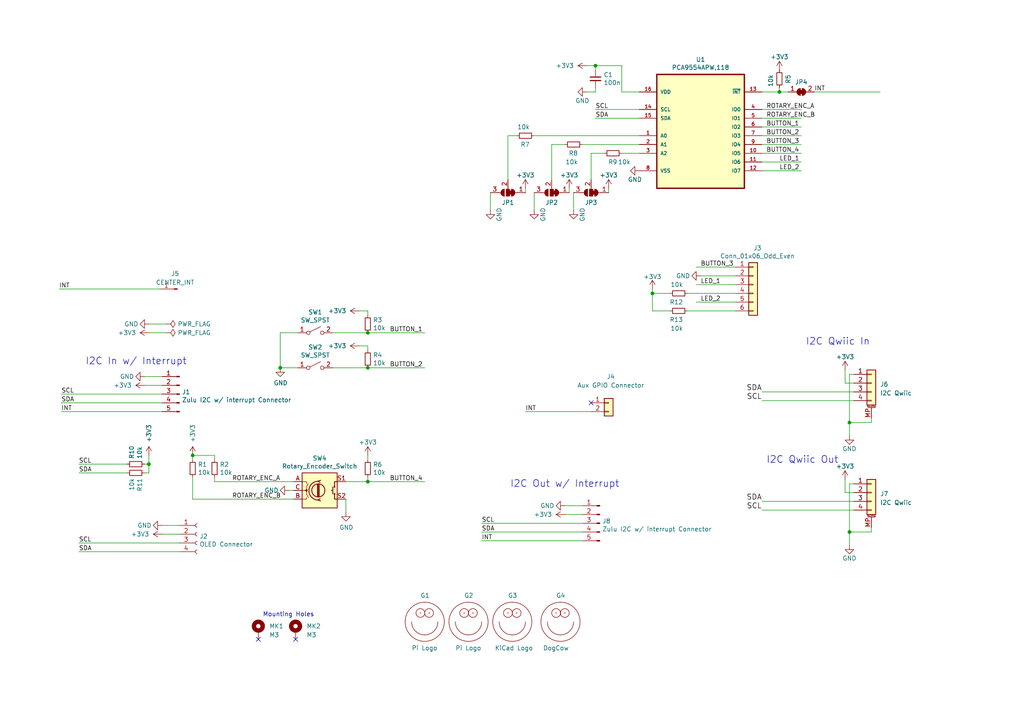
<source format=kicad_sch>
(kicad_sch (version 20230121) (generator eeschema)
  (paper "A4")
  (title_block (title "Zulu Control Board v1.0") (date "2023-08-16") (rev "1.6") (company "Rabbit Hole Computing LCC"))
  (lib_symbols
    (symbol "Connector:Conn_01x01_Pin" (pin_names (offset 1.016) hide)
      (property "Reference" "J" (at 0 2.54 0))
      (property "Value" "Conn_01x01_Pin" (at 0 -2.54 0))
      (symbol "Conn_01x01_Pin_1_1"
        (polyline (pts (xy 1.27 0) (xy 0.8636 0)) (stroke (width 0.1524)))
        (rectangle (start 0.8636 0.127) (end 0 -0.127) (stroke (width 0.1524)) (fill (type outline)))
        (pin passive line (at 5.08 0 180) (length 3.81) (name "Pin_1") (number "1"))
      )
    )
    (symbol "Connector:Conn_01x04_Female" (pin_names (offset 1.016) hide)
      (property "Reference" "J" (at 0 5.08 0))
      (property "Value" "Conn_01x04_Female" (at 0 -7.62 0))
      (symbol "Conn_01x04_Female_1_1"
        (arc (start 0 -4.572) (mid -0.5058 -5.08) (end 0 -5.588) (stroke (width 0.1524)))
        (arc (start 0 -2.032) (mid -0.5058 -2.54) (end 0 -3.048) (stroke (width 0.1524)))
        (polyline (pts (xy -1.27 -5.08) (xy -0.508 -5.08)) (stroke (width 0.1524)))
        (polyline (pts (xy -1.27 -2.54) (xy -0.508 -2.54)) (stroke (width 0.1524)))
        (polyline (pts (xy -1.27 0) (xy -0.508 0)) (stroke (width 0.1524)))
        (polyline (pts (xy -1.27 2.54) (xy -0.508 2.54)) (stroke (width 0.1524)))
        (arc (start 0 0.508) (mid -0.5058 0) (end 0 -0.508) (stroke (width 0.1524)))
        (arc (start 0 3.048) (mid -0.5058 2.54) (end 0 2.032) (stroke (width 0.1524)))
        (pin passive line (at -5.08 2.54 0) (length 3.81) (name "Pin_1") (number "1"))
        (pin passive line (at -5.08 0 0) (length 3.81) (name "Pin_2") (number "2"))
        (pin passive line (at -5.08 -2.54 0) (length 3.81) (name "Pin_3") (number "3"))
        (pin passive line (at -5.08 -5.08 0) (length 3.81) (name "Pin_4") (number "4"))
      )
    )
    (symbol "Connector:Conn_01x05_Pin" (pin_names (offset 1.016) hide)
      (property "Reference" "J" (at 0 7.62 0))
      (property "Value" "Conn_01x05_Pin" (at 0 -7.62 0))
      (symbol "Conn_01x05_Pin_1_1"
        (polyline (pts (xy 1.27 -5.08) (xy 0.8636 -5.08)) (stroke (width 0.1524)))
        (polyline (pts (xy 1.27 -2.54) (xy 0.8636 -2.54)) (stroke (width 0.1524)))
        (polyline (pts (xy 1.27 0) (xy 0.8636 0)) (stroke (width 0.1524)))
        (polyline (pts (xy 1.27 2.54) (xy 0.8636 2.54)) (stroke (width 0.1524)))
        (polyline (pts (xy 1.27 5.08) (xy 0.8636 5.08)) (stroke (width 0.1524)))
        (rectangle (start 0.8636 -4.953) (end 0 -5.207) (stroke (width 0.1524)) (fill (type outline)))
        (rectangle (start 0.8636 -2.413) (end 0 -2.667) (stroke (width 0.1524)) (fill (type outline)))
        (rectangle (start 0.8636 0.127) (end 0 -0.127) (stroke (width 0.1524)) (fill (type outline)))
        (rectangle (start 0.8636 2.667) (end 0 2.413) (stroke (width 0.1524)) (fill (type outline)))
        (rectangle (start 0.8636 5.207) (end 0 4.953) (stroke (width 0.1524)) (fill (type outline)))
        (pin passive line (at 5.08 5.08 180) (length 3.81) (name "Pin_1") (number "1"))
        (pin passive line (at 5.08 2.54 180) (length 3.81) (name "Pin_2") (number "2"))
        (pin passive line (at 5.08 0 180) (length 3.81) (name "Pin_3") (number "3"))
        (pin passive line (at 5.08 -2.54 180) (length 3.81) (name "Pin_4") (number "4"))
        (pin passive line (at 5.08 -5.08 180) (length 3.81) (name "Pin_5") (number "5"))
      )
    )
    (symbol "Connector_Generic:Conn_01x02" (pin_names (offset 1.016) hide)
      (property "Reference" "J" (at 0 2.54 0))
      (property "Value" "Conn_01x02" (at 0 -5.08 0))
      (symbol "Conn_01x02_1_1"
        (rectangle (start -1.27 -2.413) (end 0 -2.667) (stroke (width 0.1524)))
        (rectangle (start -1.27 0.127) (end 0 -0.127) (stroke (width 0.1524)))
        (rectangle (start -1.27 1.27) (end 1.27 -3.81) (stroke (width 0.254)) (fill (type background)))
        (pin passive line (at -5.08 0 0) (length 3.81) (name "Pin_1") (number "1"))
        (pin passive line (at -5.08 -2.54 0) (length 3.81) (name "Pin_2") (number "2"))
      )
    )
    (symbol "Connector_Generic:Conn_01x06" (pin_names (offset 1.016) hide)
      (property "Reference" "J" (at 0 7.62 0))
      (property "Value" "Conn_01x06" (at 0 -10.16 0))
      (symbol "Conn_01x06_1_1"
        (rectangle (start -1.27 -7.493) (end 0 -7.747) (stroke (width 0.1524)))
        (rectangle (start -1.27 -4.953) (end 0 -5.207) (stroke (width 0.1524)))
        (rectangle (start -1.27 -2.413) (end 0 -2.667) (stroke (width 0.1524)))
        (rectangle (start -1.27 0.127) (end 0 -0.127) (stroke (width 0.1524)))
        (rectangle (start -1.27 2.667) (end 0 2.413) (stroke (width 0.1524)))
        (rectangle (start -1.27 5.207) (end 0 4.953) (stroke (width 0.1524)))
        (rectangle (start -1.27 6.35) (end 1.27 -8.89) (stroke (width 0.254)) (fill (type background)))
        (pin passive line (at -5.08 5.08 0) (length 3.81) (name "Pin_1") (number "1"))
        (pin passive line (at -5.08 2.54 0) (length 3.81) (name "Pin_2") (number "2"))
        (pin passive line (at -5.08 0 0) (length 3.81) (name "Pin_3") (number "3"))
        (pin passive line (at -5.08 -2.54 0) (length 3.81) (name "Pin_4") (number "4"))
        (pin passive line (at -5.08 -5.08 0) (length 3.81) (name "Pin_5") (number "5"))
        (pin passive line (at -5.08 -7.62 0) (length 3.81) (name "Pin_6") (number "6"))
      )
    )
    (symbol "Connector_Generic_MountingPin:Conn_01x04_MountingPin" (pin_names (offset 1.016) hide)
      (property "Reference" "J" (at 0 5.08 0))
      (property "Value" "Conn_01x04_MountingPin" (at 1.27 -7.62 0))
      (symbol "Conn_01x04_MountingPin_1_1"
        (rectangle (start -1.27 -4.953) (end 0 -5.207) (stroke (width 0.1524)))
        (rectangle (start -1.27 -2.413) (end 0 -2.667) (stroke (width 0.1524)))
        (rectangle (start -1.27 0.127) (end 0 -0.127) (stroke (width 0.1524)))
        (rectangle (start -1.27 2.667) (end 0 2.413) (stroke (width 0.1524)))
        (rectangle (start -1.27 3.81) (end 1.27 -6.35) (stroke (width 0.254)) (fill (type background)))
        (polyline (pts (xy -1.016 -7.112) (xy 1.016 -7.112)) (stroke (width 0.1524)))
        (text "Mounting" (at 0 -6.731 0) (effects (font (size 0.381 0.381))))
        (pin passive line (at -5.08 2.54 0) (length 3.81) (name "Pin_1") (number "1"))
        (pin passive line (at -5.08 0 0) (length 3.81) (name "Pin_2") (number "2"))
        (pin passive line (at -5.08 -2.54 0) (length 3.81) (name "Pin_3") (number "3"))
        (pin passive line (at -5.08 -5.08 0) (length 3.81) (name "Pin_4") (number "4"))
        (pin passive line (at 0 -10.16 90) (length 3.048) (name "MountPin") (number "MP"))
      )
    )
    (symbol "Device:C_Small" (pin_numbers hide) (pin_names (offset 0.254) hide)
      (property "Reference" "C" (at 0.254 1.778 0))
      (property "Value" "C_Small" (at 0.254 -2.032 0))
      (symbol "C_Small_0_1"
        (polyline (pts (xy -1.524 -0.508) (xy 1.524 -0.508)) (stroke (width 0.3302)))
        (polyline (pts (xy -1.524 0.508) (xy 1.524 0.508)) (stroke (width 0.3048)))
      )
      (symbol "C_Small_1_1"
        (pin passive line (at 0 2.54 270) (length 2.032) (name "~") (number "1"))
        (pin passive line (at 0 -2.54 90) (length 2.032) (name "~") (number "2"))
      )
    )
    (symbol "Device:R_Small" (pin_numbers hide) (pin_names (offset 0.254) hide)
      (property "Reference" "R" (at 0.762 0.508 0))
      (property "Value" "R_Small" (at 0.762 -1.016 0))
      (symbol "R_Small_0_1"
        (rectangle (start -0.762 1.778) (end 0.762 -1.778) (stroke (width 0.2032)))
      )
      (symbol "R_Small_1_1"
        (pin passive line (at 0 2.54 270) (length 0.762) (name "~") (number "1"))
        (pin passive line (at 0 -2.54 90) (length 0.762) (name "~") (number "2"))
      )
    )
    (symbol "Device:RotaryEncoder_Switch" (pin_names (offset 0.254) hide)
      (property "Reference" "SW" (at 0 6.604 0))
      (property "Value" "RotaryEncoder_Switch" (at 0 -6.604 0))
      (symbol "RotaryEncoder_Switch_0_1"
        (rectangle (start -5.08 5.08) (end 5.08 -5.08) (stroke (width 0.254)) (fill (type background)))
        (circle (center -3.81 0) (radius 0.254) (fill (type outline)))
        (circle (center -0.381 0) (radius 1.905) (stroke (width 0.254)))
        (arc (start -0.381 2.667) (mid -3.0988 -0.0635) (end -0.381 -2.794) (stroke (width 0.254)))
        (polyline (pts (xy -0.635 -1.778) (xy -0.635 1.778)) (stroke (width 0.254)))
        (polyline (pts (xy -0.381 -1.778) (xy -0.381 1.778)) (stroke (width 0.254)))
        (polyline (pts (xy -0.127 1.778) (xy -0.127 -1.778)) (stroke (width 0.254)))
        (polyline (pts (xy 3.81 0) (xy 3.429 0)) (stroke (width 0.254)))
        (polyline (pts (xy 3.81 1.016) (xy 3.81 -1.016)) (stroke (width 0.254)))
        (polyline (pts (xy -5.08 -2.54) (xy -3.81 -2.54) (xy -3.81 -2.032)))
        (polyline (pts (xy -5.08 2.54) (xy -3.81 2.54) (xy -3.81 2.032)))
        (polyline (pts (xy 0.254 -3.048) (xy -0.508 -2.794) (xy 0.127 -2.413)) (stroke (width 0.254)))
        (polyline (pts (xy 0.254 2.921) (xy -0.508 2.667) (xy 0.127 2.286)) (stroke (width 0.254)))
        (polyline (pts (xy 5.08 -2.54) (xy 4.318 -2.54) (xy 4.318 -1.016)) (stroke (width 0.254)))
        (polyline (pts (xy 5.08 2.54) (xy 4.318 2.54) (xy 4.318 1.016)) (stroke (width 0.254)))
        (polyline (pts (xy -5.08 0) (xy -3.81 0) (xy -3.81 -1.016) (xy -3.302 -2.032)))
        (polyline (pts (xy -4.318 0) (xy -3.81 0) (xy -3.81 1.016) (xy -3.302 2.032)))
        (circle (center 4.318 -1.016) (radius 0.127) (stroke (width 0.254)))
        (circle (center 4.318 1.016) (radius 0.127) (stroke (width 0.254)))
      )
      (symbol "RotaryEncoder_Switch_1_1"
        (pin passive line (at -7.62 2.54 0) (length 2.54) (name "A") (number "A"))
        (pin passive line (at -7.62 -2.54 0) (length 2.54) (name "B") (number "B"))
        (pin passive line (at -7.62 0 0) (length 2.54) (name "C") (number "C"))
        (pin passive line (at 7.62 2.54 180) (length 2.54) (name "S1") (number "S1"))
        (pin passive line (at 7.62 -2.54 180) (length 2.54) (name "S2") (number "S2"))
      )
    )
    (symbol "Jumper:SolderJumper_2_Bridged" (pin_names (offset 0) hide)
      (property "Reference" "JP" (at 0 2.032 0))
      (property "Value" "SolderJumper_2_Bridged" (at 0 -2.54 0))
      (symbol "SolderJumper_2_Bridged_0_1"
        (rectangle (start -0.508 0.508) (end 0.508 -0.508) (fill (type outline)))
        (arc (start -0.254 1.016) (mid -1.2656 0) (end -0.254 -1.016))
        (arc (start -0.254 1.016) (mid -1.2656 0) (end -0.254 -1.016) (fill (type outline)))
        (polyline (pts (xy -0.254 1.016) (xy -0.254 -1.016)))
        (polyline (pts (xy 0.254 1.016) (xy 0.254 -1.016)))
        (arc (start 0.254 -1.016) (mid 1.2656 0) (end 0.254 1.016))
        (arc (start 0.254 -1.016) (mid 1.2656 0) (end 0.254 1.016) (fill (type outline)))
      )
      (symbol "SolderJumper_2_Bridged_1_1"
        (pin passive line (at -3.81 0 0) (length 2.54) (name "A") (number "1"))
        (pin passive line (at 3.81 0 180) (length 2.54) (name "B") (number "2"))
      )
    )
    (symbol "Jumper:SolderJumper_3_Bridged12" (pin_names (offset 0) hide)
      (property "Reference" "JP" (at -2.54 -2.54 0))
      (property "Value" "SolderJumper_3_Bridged12" (at 0 2.794 0))
      (symbol "SolderJumper_3_Bridged12_0_1"
        (rectangle (start -1.016 0.508) (end -0.508 -0.508) (fill (type outline)))
        (arc (start -1.016 1.016) (mid -2.0276 0) (end -1.016 -1.016))
        (arc (start -1.016 1.016) (mid -2.0276 0) (end -1.016 -1.016) (fill (type outline)))
        (rectangle (start -0.508 1.016) (end 0.508 -1.016) (fill (type outline)))
        (polyline (pts (xy -2.54 0) (xy -2.032 0)))
        (polyline (pts (xy -1.016 1.016) (xy -1.016 -1.016)))
        (polyline (pts (xy 0 -1.27) (xy 0 -1.016)))
        (polyline (pts (xy 1.016 1.016) (xy 1.016 -1.016)))
        (polyline (pts (xy 2.54 0) (xy 2.032 0)))
        (arc (start 1.016 -1.016) (mid 2.0276 0) (end 1.016 1.016))
        (arc (start 1.016 -1.016) (mid 2.0276 0) (end 1.016 1.016) (fill (type outline)))
      )
      (symbol "SolderJumper_3_Bridged12_1_1"
        (pin passive line (at -5.08 0 0) (length 2.54) (name "A") (number "1"))
        (pin passive line (at 0 -3.81 90) (length 2.54) (name "C") (number "2"))
        (pin passive line (at 5.08 0 180) (length 2.54) (name "B") (number "3"))
      )
    )
    (symbol "Mechanical:MountingHole_Pad" (pin_numbers hide) (pin_names (offset 1.016) hide)
      (property "Reference" "H" (at 0 6.35 0))
      (property "Value" "MountingHole_Pad" (at 0 4.445 0))
      (symbol "MountingHole_Pad_0_1"
        (circle (center 0 1.27) (radius 1.27) (stroke (width 1.27)))
      )
      (symbol "MountingHole_Pad_1_1"
        (pin input line (at 0 -2.54 90) (length 2.54) (name "1") (number "1"))
      )
    )
    (symbol "PCA9554APW_118:PCA9554APW,118" (pin_names (offset 1.016))
      (property "Reference" "U" (at -5.2832 15.875 0))
      (property "Value" "PCA9554APW,118" (at -4.9276 -25.8826 0))
      (symbol "PCA9554APW,118_0_0"
        (rectangle (start -12.7 -20.32) (end 12.7 12.7) (stroke (width 0.4064)) (fill (type background)))
        (pin input line (at -17.78 -5.08 0) (length 5.08) (name "A0") (number "1"))
        (pin bidirectional line (at 17.78 -10.16 180) (length 5.08) (name "IO5") (number "10"))
        (pin bidirectional line (at 17.78 -12.7 180) (length 5.08) (name "IO6") (number "11"))
        (pin bidirectional line (at 17.78 -15.24 180) (length 5.08) (name "IO7") (number "12"))
        (pin output line (at 17.78 7.62 180) (length 5.08) (name "~{INT}") (number "13"))
        (pin input line (at -17.78 2.54 0) (length 5.08) (name "SCL") (number "14"))
        (pin bidirectional line (at -17.78 0 0) (length 5.08) (name "SDA") (number "15"))
        (pin power_in line (at -17.78 7.62 0) (length 5.08) (name "VDD") (number "16"))
        (pin input line (at -17.78 -7.62 0) (length 5.08) (name "A1") (number "2"))
        (pin input line (at -17.78 -10.16 0) (length 5.08) (name "A2") (number "3"))
        (pin bidirectional line (at 17.78 2.54 180) (length 5.08) (name "IO0") (number "4"))
        (pin bidirectional line (at 17.78 0 180) (length 5.08) (name "IO1") (number "5"))
        (pin bidirectional line (at 17.78 -2.54 180) (length 5.08) (name "IO2") (number "6"))
        (pin bidirectional line (at 17.78 -5.08 180) (length 5.08) (name "IO3") (number "7"))
        (pin passive line (at -17.78 -15.24 0) (length 5.08) (name "VSS") (number "8"))
        (pin bidirectional line (at 17.78 -7.62 180) (length 5.08) (name "IO4") (number "9"))
      )
    )
    (symbol "Switch:SW_SPST" (pin_names (offset 0) hide)
      (property "Reference" "SW" (at 0 3.175 0))
      (property "Value" "SW_SPST" (at 0 -2.54 0))
      (symbol "SW_SPST_0_0"
        (circle (center -2.032 0) (radius 0.508))
        (polyline (pts (xy -1.524 0.254) (xy 1.524 1.778)))
        (circle (center 2.032 0) (radius 0.508))
      )
      (symbol "SW_SPST_1_1"
        (pin passive line (at -5.08 0 0) (length 2.54) (name "A") (number "1"))
        (pin passive line (at 5.08 0 180) (length 2.54) (name "B") (number "2"))
      )
    )
    (symbol "graphics:Generic_Graphic" (in_bom no)
      (property "Reference" "G?" (at 0 -7.62 0))
      (property "Value" "Generic_Graphic" (at 0 7.62 0))
      (symbol "Generic_Graphic_0_1"
        (arc (start -3.81 0) (mid -2.6941 -2.694) (end 0 -3.81))
        (circle (center -1.27 2.54) (radius 0.0001))
        (circle (center -1.27 2.54) (radius 1.27))
        (arc (start 0 -3.81) (mid 2.6941 -2.6941) (end 3.81 0))
        (circle (center 0 0) (radius 5.6796))
        (circle (center 1.27 2.54) (radius 0.0001))
        (circle (center 1.27 2.54) (radius 1.27))
      )
    )
    (symbol "power:+3.3V" (power) (pin_names (offset 0))
      (property "Value" "+3.3V" (at 0 3.556 0))
      (symbol "+3.3V_0_1"
        (polyline (pts (xy -0.762 1.27) (xy 0 2.54)))
        (polyline (pts (xy 0 0) (xy 0 2.54)))
        (polyline (pts (xy 0 2.54) (xy 0.762 1.27)))
      )
      (symbol "+3.3V_1_1"
        (pin power_in line (at 0 0 90) (length 0) hide (name "+3V3") (number "1"))
      )
    )
    (symbol "power:+3V3" (power) (pin_names (offset 0))
      (property "Value" "+3V3" (at 0 3.556 0))
      (symbol "+3V3_0_1"
        (polyline (pts (xy -0.762 1.27) (xy 0 2.54)))
        (polyline (pts (xy 0 0) (xy 0 2.54)))
        (polyline (pts (xy 0 2.54) (xy 0.762 1.27)))
      )
      (symbol "+3V3_1_1"
        (pin power_in line (at 0 0 90) (length 0) hide (name "+3V3") (number "1"))
      )
    )
    (symbol "power:GND" (power) (pin_names (offset 0))
      (property "Value" "GND" (at 0 -3.81 0))
      (symbol "GND_0_1"
        (polyline (pts (xy 0 0) (xy 0 -1.27) (xy 1.27 -1.27) (xy 0 -2.54) (xy -1.27 -1.27) (xy 0 -1.27)))
      )
      (symbol "GND_1_1"
        (pin power_in line (at 0 0 270) (length 0) hide (name "GND") (number "1"))
      )
    )
    (symbol "power:PWR_FLAG" (power) (pin_numbers hide) (pin_names (offset 0) hide)
      (property "Value" "PWR_FLAG" (at 0 3.81 0))
      (symbol "PWR_FLAG_0_0"
        (pin power_out line (at 0 0 90) (length 0) (name "pwr") (number "1"))
      )
      (symbol "PWR_FLAG_0_1"
        (polyline (pts (xy 0 0) (xy 0 1.27) (xy -1.016 1.905) (xy 0 2.54) (xy 1.016 1.905) (xy 0 1.27)))
      )
    )
  )
  (junction (at 55.88 132.08))
  (junction (at 246.38 154.305))
  (junction (at 189.23 85.09))
  (junction (at 81.28 106.68))
  (junction (at 106.68 106.68))
  (junction (at 106.68 96.52))
  (junction (at 246.38 122.555))
  (junction (at 172.72 19.05))
  (junction (at 43.18 134.62))
  (junction (at 106.68 139.7))
  (junction (at 226.06 26.67))
  (no_connect (at 171.45 116.84))
  (no_connect (at 85.725 185.42))
  (no_connect (at 74.93 185.42))
  (wire (pts (xy 246.38 158.115) (xy 246.38 154.305)))
  (wire (pts (xy 22.86 157.48) (xy 52.07 157.48)))
  (wire (pts (xy 85.09 142.24) (xy 83.82 142.24)))
  (wire (pts (xy 199.39 90.17) (xy 213.36 90.17)))
  (wire (pts (xy 100.33 144.78) (xy 100.33 148.59)))
  (wire (pts (xy 17.78 119.38) (xy 46.99 119.38)))
  (wire (pts (xy 142.24 60.96) (xy 142.24 55.88)))
  (wire (pts (xy 203.2 80.01) (xy 213.36 80.01)))
  (wire (pts (xy 220.98 34.29) (xy 232.41 34.29)))
  (wire (pts (xy 152.4 119.38) (xy 171.45 119.38)))
  (wire (pts (xy 147.32 39.37) (xy 149.86 39.37)))
  (wire (pts (xy 189.23 83.82) (xy 189.23 85.09)))
  (wire (pts (xy 172.72 20.32) (xy 172.72 19.05)))
  (wire (pts (xy 106.68 90.17) (xy 106.68 91.44)))
  (wire (pts (xy 86.36 106.68) (xy 81.28 106.68)))
  (wire (pts (xy 46.99 152.4) (xy 52.07 152.4)))
  (wire (pts (xy 166.37 55.88) (xy 166.37 60.96)))
  (wire (pts (xy 201.93 77.47) (xy 213.36 77.47)))
  (wire (pts (xy 46.99 116.84) (xy 17.78 116.84)))
  (wire (pts (xy 139.7 156.845) (xy 168.91 156.845)))
  (wire (pts (xy 245.11 139.065) (xy 245.11 142.875)))
  (wire (pts (xy 220.98 46.99) (xy 232.41 46.99)))
  (wire (pts (xy 247.65 142.875) (xy 245.11 142.875)))
  (wire (pts (xy 171.45 44.45) (xy 171.45 52.07)))
  (wire (pts (xy 252.73 121.285) (xy 252.73 122.555)))
  (wire (pts (xy 180.34 19.05) (xy 180.34 26.67)))
  (wire (pts (xy 246.38 140.335) (xy 246.38 154.305)))
  (wire (pts (xy 189.23 85.09) (xy 194.31 85.09)))
  (wire (pts (xy 41.91 134.62) (xy 43.18 134.62)))
  (wire (pts (xy 81.28 96.52) (xy 81.28 106.68)))
  (wire (pts (xy 139.7 151.765) (xy 168.91 151.765)))
  (wire (pts (xy 220.98 31.75) (xy 232.41 31.75)))
  (wire (pts (xy 252.73 153.035) (xy 252.73 154.305)))
  (wire (pts (xy 226.06 26.67) (xy 228.6 26.67)))
  (wire (pts (xy 154.94 60.96) (xy 154.94 55.88)))
  (wire (pts (xy 220.98 26.67) (xy 226.06 26.67)))
  (wire (pts (xy 104.14 90.17) (xy 106.68 90.17)))
  (wire (pts (xy 106.68 132.08) (xy 106.68 133.35)))
  (wire (pts (xy 180.34 26.67) (xy 185.42 26.67)))
  (wire (pts (xy 246.38 126.365) (xy 246.38 122.555)))
  (wire (pts (xy 163.83 149.225) (xy 168.91 149.225)))
  (wire (pts (xy 106.68 139.7) (xy 106.68 138.43)))
  (wire (pts (xy 154.94 39.37) (xy 185.42 39.37)))
  (wire (pts (xy 252.73 122.555) (xy 246.38 122.555)))
  (wire (pts (xy 43.18 134.62) (xy 43.18 132.08)))
  (wire (pts (xy 152.4 54.61) (xy 152.4 55.88)))
  (wire (pts (xy 245.11 107.315) (xy 245.11 111.125)))
  (wire (pts (xy 220.98 145.415) (xy 247.65 145.415)))
  (wire (pts (xy 189.23 85.09) (xy 189.23 90.17)))
  (wire (pts (xy 62.23 133.35) (xy 62.23 132.08)))
  (wire (pts (xy 220.98 39.37) (xy 232.41 39.37)))
  (wire (pts (xy 96.52 106.68) (xy 106.68 106.68)))
  (wire (pts (xy 170.18 19.05) (xy 172.72 19.05)))
  (wire (pts (xy 41.91 111.76) (xy 46.99 111.76)))
  (wire (pts (xy 43.18 137.16) (xy 43.18 134.62)))
  (wire (pts (xy 185.42 41.91) (xy 168.91 41.91)))
  (wire (pts (xy 201.93 87.63) (xy 213.36 87.63)))
  (wire (pts (xy 55.88 132.08) (xy 55.88 133.35)))
  (wire (pts (xy 170.18 26.67) (xy 172.72 26.67)))
  (wire (pts (xy 104.14 100.33) (xy 106.68 100.33)))
  (wire (pts (xy 226.06 25.4) (xy 226.06 26.67)))
  (wire (pts (xy 106.68 100.33) (xy 106.68 101.6)))
  (wire (pts (xy 220.98 113.665) (xy 247.65 113.665)))
  (wire (pts (xy 168.91 154.305) (xy 139.7 154.305)))
  (wire (pts (xy 185.42 44.45) (xy 180.34 44.45)))
  (wire (pts (xy 163.83 41.91) (xy 160.02 41.91)))
  (wire (pts (xy 100.33 139.7) (xy 106.68 139.7)))
  (wire (pts (xy 172.72 31.75) (xy 185.42 31.75)))
  (wire (pts (xy 106.68 106.68) (xy 123.19 106.68)))
  (wire (pts (xy 147.32 52.07) (xy 147.32 39.37)))
  (wire (pts (xy 62.23 138.43) (xy 62.23 139.7)))
  (wire (pts (xy 17.78 114.3) (xy 46.99 114.3)))
  (wire (pts (xy 247.65 108.585) (xy 246.38 108.585)))
  (wire (pts (xy 106.68 139.7) (xy 123.19 139.7)))
  (wire (pts (xy 165.1 54.61) (xy 165.1 55.88)))
  (wire (pts (xy 41.91 137.16) (xy 43.18 137.16)))
  (wire (pts (xy 252.73 154.305) (xy 246.38 154.305)))
  (wire (pts (xy 236.22 26.67) (xy 255.27 26.67)))
  (wire (pts (xy 172.72 34.29) (xy 185.42 34.29)))
  (wire (pts (xy 43.18 93.98) (xy 48.26 93.98)))
  (wire (pts (xy 175.26 44.45) (xy 171.45 44.45)))
  (wire (pts (xy 22.86 137.16) (xy 36.83 137.16)))
  (wire (pts (xy 172.72 26.67) (xy 172.72 25.4)))
  (wire (pts (xy 160.02 41.91) (xy 160.02 52.07)))
  (wire (pts (xy 220.98 49.53) (xy 232.41 49.53)))
  (wire (pts (xy 81.28 96.52) (xy 86.36 96.52)))
  (wire (pts (xy 55.88 144.78) (xy 85.09 144.78)))
  (wire (pts (xy 247.65 140.335) (xy 246.38 140.335)))
  (wire (pts (xy 220.98 44.45) (xy 232.41 44.45)))
  (wire (pts (xy 172.72 19.05) (xy 180.34 19.05)))
  (wire (pts (xy 41.91 109.22) (xy 46.99 109.22)))
  (wire (pts (xy 247.65 111.125) (xy 245.11 111.125)))
  (wire (pts (xy 62.23 132.08) (xy 55.88 132.08)))
  (wire (pts (xy 106.68 96.52) (xy 123.19 96.52)))
  (wire (pts (xy 220.98 36.83) (xy 232.41 36.83)))
  (wire (pts (xy 220.98 116.205) (xy 247.65 116.205)))
  (wire (pts (xy 246.38 108.585) (xy 246.38 122.555)))
  (wire (pts (xy 62.23 139.7) (xy 85.09 139.7)))
  (wire (pts (xy 96.52 96.52) (xy 106.68 96.52)))
  (wire (pts (xy 220.98 147.955) (xy 247.65 147.955)))
  (wire (pts (xy 176.53 54.61) (xy 176.53 55.88)))
  (wire (pts (xy 163.83 146.685) (xy 168.91 146.685)))
  (wire (pts (xy 189.23 90.17) (xy 194.31 90.17)))
  (wire (pts (xy 199.39 85.09) (xy 213.36 85.09)))
  (wire (pts (xy 55.88 138.43) (xy 55.88 144.78)))
  (wire (pts (xy 220.98 41.91) (xy 232.41 41.91)))
  (wire (pts (xy 43.18 96.52) (xy 48.26 96.52)))
  (wire (pts (xy 52.07 160.02) (xy 22.86 160.02)))
  (wire (pts (xy 201.93 82.55) (xy 213.36 82.55)))
  (wire (pts (xy 46.99 154.94) (xy 52.07 154.94)))
  (wire (pts (xy 17.145 83.82) (xy 46.355 83.82)))
  (wire (pts (xy 22.86 134.62) (xy 36.83 134.62)))
  (text "I2C Out w/ Interrupt" (at 147.955 141.605 0) (effects (font (size 2 2)) (justify left bottom)))
  (text "I2C Qwiic In" (at 233.68 100.33 0) (effects (font (size 2 2)) (justify left bottom)))
  (text "I2C Qwiic Out" (at 222.25 134.62 0) (effects (font (size 2 2)) (justify left bottom)))
  (text "Mounting Holes" (at 76.2 179.07 0) (effects (font (size 1.27 1.27)) (justify left bottom)))
  (text "I2C In w/ Interrupt" (at 24.765 106.045 0) (effects (font (size 2 2)) (justify left bottom)))
  (label "INT" (at 17.78 119.38 0))
  (label "SDA" (at 220.98 145.415 180) (effects (font (size 1.524 1.524))))
  (label "LED_1" (at 226.06 46.99 0))
  (label "BUTTON_3" (at 222.25 41.91 0))
  (label "BUTTON_2" (at 113.03 106.68 0))
  (label "LED_2" (at 203.2 87.63 0))
  (label "INT" (at 236.22 26.67 0))
  (label "ROTARY_ENC_A" (at 222.25 31.75 0))
  (label "SCL" (at 22.86 157.48 0))
  (label "ROTARY_ENC_B" (at 67.31 144.78 0))
  (label "BUTTON_1" (at 222.25 36.83 0))
  (label "SCL" (at 220.98 147.955 180) (effects (font (size 1.524 1.524))))
  (label "BUTTON_1" (at 113.03 96.52 0))
  (label "SCL" (at 139.7 151.765 0))
  (label "LED_1" (at 203.2 82.55 0))
  (label "SDA" (at 22.86 160.02 0))
  (label "SDA" (at 220.98 113.665 180) (effects (font (size 1.524 1.524))))
  (label "INT" (at 152.4 119.38 0))
  (label "SDA" (at 139.7 154.305 0))
  (label "SDA" (at 172.72 34.29 0))
  (label "SCL" (at 22.86 134.62 0))
  (label "INT" (at 139.7 156.845 0))
  (label "INT" (at 17.145 83.82 0))
  (label "SCL" (at 220.98 116.205 180) (effects (font (size 1.524 1.524))))
  (label "BUTTON_2" (at 222.25 39.37 0))
  (label "SCL" (at 17.78 114.3 0))
  (label "SDA" (at 17.78 116.84 0))
  (label "BUTTON_4" (at 222.25 44.45 0))
  (label "SDA" (at 22.86 137.16 0))
  (label "SCL" (at 172.72 31.75 0))
  (label "BUTTON_3" (at 203.2 77.47 0))
  (label "LED_2" (at 226.06 49.53 0))
  (label "ROTARY_ENC_A" (at 67.31 139.7 0))
  (label "BUTTON_4" (at 113.03 139.7 0))
  (label "ROTARY_ENC_B" (at 222.25 34.29 0))
  (symbol (lib_id "Connector:Conn_01x05_Pin") (at 52.07 114.3 0) (mirror y) (unit 1) (in_bom no)
    (property "Reference" "J1" (at 52.7812 113.6904 0) (effects (justify right)))
    (property "Value" "Zulu I2C w/ interrupt Connector" (at 52.7812 116.0018 0) (effects (justify right)))
    (property "Footprint" "Connector_PinHeader_2.54mm:PinHeader_1x05_P2.54mm_Vertical" (effects hide))
  )
  (symbol (lib_id "Switch:SW_SPST") (at 91.44 96.52 0) (unit 1)
    (property "Reference" "SW1" (at 91.44 90.551 0))
    (property "Value" "SW_SPST" (at 91.44 92.8624 0))
    (property "Footprint" "Button_Switch_THT:SW_PUSH_6mm_H5mm" (effects hide))
    (property "Datasheet" "https://datasheet.lcsc.com/lcsc/2108131530_Korean-Hroparts-Elec-K2-1102DP-C4SW-04_C110153.pdf" (effects hide))
    (property "LCSC" "C110153" (effects hide))
  )
  (symbol (lib_id "power:+3.3V") (at 43.18 132.08 0) (unit 1)
    (property "Reference" "#PWR029" (effects hide))
    (property "Value" "+3.3V" (at 43.18 125.73 90))
  )
  (symbol (lib_id "Switch:SW_SPST") (at 91.44 106.68 0) (unit 1)
    (property "Reference" "SW2" (at 91.44 100.711 0))
    (property "Value" "SW_SPST" (at 91.44 103.0224 0))
    (property "Footprint" "Button_Switch_THT:SW_PUSH_6mm_H5mm" (effects hide))
    (property "Datasheet" "https://datasheet.lcsc.com/lcsc/2108131530_Korean-Hroparts-Elec-K2-1102DP-C4SW-04_C110153.pdf" (effects hide))
    (property "LCSC" "C110153" (effects hide))
  )
  (symbol (lib_id "Device:R_Small") (at 106.68 93.98 0) (unit 1)
    (property "Reference" "R3" (at 108.1786 92.8116 0) (effects (justify left)))
    (property "Value" "10k" (at 108.1786 95.123 0) (effects (justify left)))
    (property "Footprint" "Resistor_SMD:R_0805_2012Metric" (effects hide))
    (property "LCSC" "C17414" (effects hide))
  )
  (symbol (lib_id "Device:R_Small") (at 106.68 104.14 0) (unit 1)
    (property "Reference" "R4" (at 108.1786 102.9716 0) (effects (justify left)))
    (property "Value" "10k" (at 108.1786 105.283 0) (effects (justify left)))
    (property "Footprint" "Resistor_SMD:R_0805_2012Metric" (effects hide))
    (property "LCSC" "C17414" (effects hide))
  )
  (symbol (lib_id "power:GND") (at 81.28 106.68 0) (unit 1)
    (property "Reference" "#PWR012" (effects hide))
    (property "Value" "GND" (at 81.407 111.0742 0))
  )
  (symbol (lib_id "Device:R_Small") (at 39.37 134.62 90) (unit 1)
    (property "Reference" "R10" (at 38.2016 133.1214 0) (effects (justify left)))
    (property "Value" "10k" (at 40.513 133.1214 0) (effects (justify left)))
    (property "Footprint" "Resistor_SMD:R_0805_2012Metric" (effects hide))
    (property "LCSC" "C17414" (effects hide))
  )
  (symbol (lib_id "power:+3V3") (at 104.14 90.17 90) (unit 1)
    (property "Reference" "#PWR015" (effects hide))
    (property "Value" "+3V3" (at 97.79 90.17 90))
  )
  (symbol (lib_id "Device:R_Small") (at 39.37 137.16 270) (unit 1)
    (property "Reference" "R11" (at 40.5384 138.6586 0) (effects (justify left)))
    (property "Value" "10k" (at 38.227 138.6586 0) (effects (justify left)))
    (property "Footprint" "Resistor_SMD:R_0805_2012Metric" (effects hide))
    (property "LCSC" "C17414" (effects hide))
  )
  (symbol (lib_id "power:+3V3") (at 104.14 100.33 90) (unit 1)
    (property "Reference" "#PWR016" (effects hide))
    (property "Value" "+3V3" (at 97.79 100.33 90))
  )
  (symbol (lib_id "Device:RotaryEncoder_Switch") (at 92.71 142.24 0) (unit 1)
    (property "Reference" "SW4" (at 92.71 132.9182 0))
    (property "Value" "Rotary_Encoder_Switch" (at 92.71 135.2296 0))
    (property "Footprint" "Rotary_Encoder:RotaryEncoder_Alps_EC11E-Switch_Vertical_H20mm" (effects hide))
  )
  (symbol (lib_id "Device:C_Small") (at 172.72 22.86 0) (unit 1)
    (property "Reference" "C1" (at 175.0568 21.6916 0) (effects (justify left)))
    (property "Value" "100n" (at 175.0568 24.003 0) (effects (justify left)))
    (property "Footprint" "Capacitor_SMD:C_0805_2012Metric" (effects hide))
    (property "LCSC" "C49678" (effects hide))
  )
  (symbol (lib_id "power:GND") (at 203.2 80.01 270) (unit 1)
    (property "Reference" "#PWR032" (effects hide))
    (property "Value" "GND" (at 198.12 80.01 90))
  )
  (symbol (lib_id "power:GND") (at 170.18 26.67 270) (unit 1)
    (property "Reference" "#PWR030" (effects hide))
    (property "Value" "GND" (at 168.91 29.21 90))
  )
  (symbol (lib_id "Device:R_Small") (at 106.68 135.89 0) (unit 1)
    (property "Reference" "R6" (at 108.1786 134.7216 0) (effects (justify left)))
    (property "Value" "10k" (at 108.1786 137.033 0) (effects (justify left)))
    (property "Footprint" "Resistor_SMD:R_0805_2012Metric" (effects hide))
    (property "LCSC" "C17414" (effects hide))
  )
  (symbol (lib_id "power:+3V3") (at 106.68 132.08 0) (unit 1)
    (property "Reference" "#PWR018" (effects hide))
    (property "Value" "+3V3" (at 106.68 128.27 0))
  )
  (symbol (lib_id "Device:R_Small") (at 196.85 90.17 90) (unit 1)
    (property "Reference" "R13" (at 198.12 92.71 90) (effects (justify left)))
    (property "Value" "10k" (at 198.12 95.25 90) (effects (justify left)))
    (property "Footprint" "Resistor_SMD:R_0805_2012Metric" (effects hide))
    (property "LCSC" "C17414" (effects hide))
  )
  (symbol (lib_id "Device:R_Small") (at 196.85 85.09 90) (unit 1)
    (property "Reference" "R12" (at 198.12 87.63 90) (effects (justify left)))
    (property "Value" "10k" (at 198.12 82.55 90) (effects (justify left)))
    (property "Footprint" "Resistor_SMD:R_0805_2012Metric" (effects hide))
    (property "LCSC" "C17414" (effects hide))
  )
  (symbol (lib_id "power:GND") (at 100.33 148.59 0) (unit 1)
    (property "Reference" "#PWR014" (effects hide))
    (property "Value" "GND" (at 100.457 152.9842 0))
  )
  (symbol (lib_id "Device:R_Small") (at 55.88 135.89 0) (unit 1)
    (property "Reference" "R1" (at 57.3786 134.7216 0) (effects (justify left)))
    (property "Value" "10k" (at 57.3786 137.033 0) (effects (justify left)))
    (property "Footprint" "Resistor_SMD:R_0805_2012Metric" (effects hide))
    (property "LCSC" "C17414" (effects hide))
  )
  (symbol (lib_id "power:+3V3") (at 55.88 132.08 0) (unit 1)
    (property "Reference" "#PWR08" (effects hide))
    (property "Value" "+3V3" (at 55.88 125.73 90))
  )
  (symbol (lib_id "Device:R_Small") (at 62.23 135.89 0) (unit 1)
    (property "Reference" "R2" (at 63.7286 134.7216 0) (effects (justify left)))
    (property "Value" "10k" (at 63.7286 137.033 0) (effects (justify left)))
    (property "Footprint" "Resistor_SMD:R_0805_2012Metric" (effects hide))
    (property "LCSC" "C17414" (effects hide))
  )
  (symbol (lib_id "power:GND") (at 83.82 142.24 270) (unit 1)
    (property "Reference" "#PWR013" (effects hide))
    (property "Value" "GND" (at 78.74 142.24 90))
  )
  (symbol (lib_id "power:+3.3V") (at 41.91 111.76 90) (unit 1)
    (property "Reference" "#PWR03" (effects hide))
    (property "Value" "+3.3V" (at 35.56 111.76 90))
  )
  (symbol (lib_id "power:GND") (at 41.91 109.22 270) (unit 1)
    (property "Reference" "#PWR02" (effects hide))
    (property "Value" "GND" (at 36.83 109.22 90))
  )
  (symbol (lib_id "Connector:Conn_01x04_Female") (at 57.15 154.94 0) (unit 1)
    (property "Reference" "J2" (at 57.8612 155.5496 0) (effects (justify left)))
    (property "Value" "OLED Connector" (at 57.8612 157.861 0) (effects (justify left)))
    (property "Footprint" "mousebites:0.9_and_1.3_in_OLED_Footprint" (effects hide))
  )
  (symbol (lib_id "power:+3.3V") (at 46.99 154.94 90) (unit 1)
    (property "Reference" "#PWR025" (effects hide))
    (property "Value" "+3.3V" (at 40.64 154.94 90))
  )
  (symbol (lib_id "power:GND") (at 46.99 152.4 270) (unit 1)
    (property "Reference" "#PWR024" (effects hide))
    (property "Value" "GND" (at 41.91 152.4 90))
  )
  (symbol (lib_id "Connector_Generic:Conn_01x06") (at 218.44 82.55 0) (unit 1)
    (property "Reference" "J3" (at 219.71 71.9582 0))
    (property "Value" "Conn_01x06_Odd_Even" (at 219.71 74.2696 0))
    (property "Footprint" "Connector_PinHeader_2.54mm:PinHeader_1x06_P2.54mm_Vertical" (effects hide))
  )
  (symbol (lib_id "power:+3.3V") (at 43.18 96.52 90) (unit 1)
    (property "Reference" "#PWR06" (effects hide))
    (property "Value" "+3.3V" (at 36.83 96.52 90))
  )
  (symbol (lib_id "power:GND") (at 43.18 93.98 270) (unit 1)
    (property "Reference" "#PWR05" (effects hide))
    (property "Value" "GND" (at 38.1 93.98 90))
  )
  (symbol (lib_id "power:PWR_FLAG") (at 48.26 93.98 270) (unit 1)
    (property "Reference" "#FLG02" (effects hide))
    (property "Value" "PWR_FLAG" (at 51.5112 93.98 90) (effects (justify left)))
  )
  (symbol (lib_id "power:PWR_FLAG") (at 48.26 96.52 270) (unit 1)
    (property "Reference" "#FLG03" (effects hide))
    (property "Value" "PWR_FLAG" (at 51.5112 96.52 90) (effects (justify left)))
  )
  (symbol (lib_id "PCA9554APW_118:PCA9554APW,118") (at 203.2 34.29 0) (unit 1)
    (property "Reference" "U1" (at 203.2 17.272 0))
    (property "Value" "PCA9554APW,118" (at 203.2 19.5834 0))
    (property "Footprint" "Package_SO:TSSOP-16_4.4x5mm_P0.65mm" (effects hide))
    (property "OC_FARNELL" "1831212" (effects hide))
    (property "LCSC" "C86803" (effects hide))
    (property "MPN" "PCA9554APW,118" (effects hide))
    (property "PACKAGE" "TSSOP" (effects hide))
    (property "SUPPLIER" "NXP" (effects hide))
  )
  (symbol (lib_id "power:+3.3V") (at 170.18 19.05 90) (unit 1)
    (property "Reference" "#PWR027" (effects hide))
    (property "Value" "+3.3V" (at 163.83 19.05 90))
  )
  (symbol (lib_id "power:GND") (at 185.42 49.53 270) (unit 1)
    (property "Reference" "#PWR028" (effects hide))
    (property "Value" "GND" (at 184.15 52.07 90))
  )
  (symbol (lib_id "power:+3.3V") (at 189.23 83.82 0) (unit 1)
    (property "Reference" "#PWR031" (effects hide))
    (property "Value" "+3.3V" (at 189.23 80.264 0))
  )
  (symbol (lib_id "Jumper:SolderJumper_2_Bridged") (at 232.41 26.67 0) (unit 1)
    (property "Reference" "JP4" (at 232.41 23.7998 0))
    (property "Value" "SolderJumper_2_Open" (effects hide))
    (property "Footprint" "Jumper:SolderJumper-2_P1.3mm_Bridged_RoundedPad1.0x1.5mm" (effects hide))
  )
  (symbol (lib_id "Jumper:SolderJumper_3_Bridged12") (at 147.32 55.88 180) (unit 1)
    (property "Reference" "JP1" (at 147.32 58.7502 0))
    (property "Value" "SolderJumper_3_Bridged12" (effects hide))
    (property "Footprint" "Jumper:SolderJumper-3_P1.3mm_Bridged12_RoundedPad1.0x1.5mm" (effects hide))
  )
  (symbol (lib_id "Jumper:SolderJumper_3_Bridged12") (at 160.02 55.88 180) (unit 1)
    (property "Reference" "JP2" (at 160.02 58.7502 0))
    (property "Value" "SolderJumper_3_Bridged12" (effects hide))
    (property "Footprint" "Jumper:SolderJumper-3_P1.3mm_Bridged12_RoundedPad1.0x1.5mm" (effects hide))
  )
  (symbol (lib_id "Jumper:SolderJumper_3_Bridged12") (at 171.45 55.88 180) (unit 1)
    (property "Reference" "JP3" (at 171.45 58.7502 0))
    (property "Value" "SolderJumper_3_Bridged12" (effects hide))
    (property "Footprint" "Jumper:SolderJumper-3_P1.3mm_Bridged12_RoundedPad1.0x1.5mm" (effects hide))
  )
  (symbol (lib_id "Device:R_Small") (at 166.37 41.91 90) (unit 1)
    (property "Reference" "R8" (at 167.64 44.45 90) (effects (justify left)))
    (property "Value" "10k" (at 167.64 46.99 90) (effects (justify left)))
    (property "Footprint" "Resistor_SMD:R_0805_2012Metric" (effects hide))
    (property "LCSC" "C17414" (effects hide))
  )
  (symbol (lib_id "Device:R_Small") (at 177.8 44.45 90) (unit 1)
    (property "Reference" "R9" (at 179.07 46.99 90) (effects (justify left)))
    (property "Value" "10k" (at 182.88 46.99 90) (effects (justify left)))
    (property "Footprint" "Resistor_SMD:R_0805_2012Metric" (effects hide))
    (property "LCSC" "C17414" (effects hide))
  )
  (symbol (lib_id "Device:R_Small") (at 152.4 39.37 90) (unit 1)
    (property "Reference" "R7" (at 153.67 41.91 90) (effects (justify left)))
    (property "Value" "10k" (at 153.67 36.83 90) (effects (justify left)))
    (property "Footprint" "Resistor_SMD:R_0805_2012Metric" (effects hide))
    (property "LCSC" "C17414" (effects hide))
  )
  (symbol (lib_id "power:GND") (at 142.24 60.96 0) (unit 1)
    (property "Reference" "#PWR019" (effects hide))
    (property "Value" "GND" (at 144.78 62.23 90))
  )
  (symbol (lib_id "power:GND") (at 154.94 60.96 0) (unit 1)
    (property "Reference" "#PWR021" (effects hide))
    (property "Value" "GND" (at 157.48 62.23 90))
  )
  (symbol (lib_id "power:GND") (at 166.37 60.96 0) (unit 1)
    (property "Reference" "#PWR023" (effects hide))
    (property "Value" "GND" (at 168.91 62.23 90))
  )
  (symbol (lib_id "power:+3.3V") (at 176.53 54.61 0) (unit 1)
    (property "Reference" "#PWR026" (effects hide))
    (property "Value" "+3.3V" (at 176.53 50.8 0))
  )
  (symbol (lib_id "power:+3.3V") (at 165.1 54.61 0) (unit 1)
    (property "Reference" "#PWR022" (effects hide))
    (property "Value" "+3.3V" (at 165.1 50.8 0))
  )
  (symbol (lib_id "power:+3.3V") (at 152.4 54.61 0) (unit 1)
    (property "Reference" "#PWR020" (effects hide))
    (property "Value" "+3.3V" (at 152.4 50.8 0))
  )
  (symbol (lib_id "power:+3V3") (at 245.11 107.315 0) (unit 1)
    (property "Reference" "#PWR010" (effects hide))
    (property "Value" "+3V3" (at 245.11 103.505 0))
  )
  (symbol (lib_id "Connector_Generic_MountingPin:Conn_01x04_MountingPin") (at 252.73 111.125 0) (unit 1) (in_bom no)
    (property "Reference" "J6" (at 255.27 111.4806 0) (effects (justify left)))
    (property "Value" "I2C Qwiic" (at 255.27 114.0206 0) (effects (justify left)))
    (property "Footprint" "Connector_JST:JST_SH_SM04B-SRSS-TB_1x04-1MP_P1.00mm_Horizontal" (effects hide))
    (property "LCSC" "N/A" (effects hide))
  )
  (symbol (lib_id "graphics:Generic_Graphic") (at 162.56 180.34 0) (unit 1) (in_bom no)
    (property "Reference" "G4" (at 161.29 172.72 0) (effects (justify left)))
    (property "Value" "DogCow" (at 157.48 187.96 0) (effects (justify left)))
    (property "Footprint" "mousebites:dogcow" (effects hide))
  )
  (symbol (lib_id "Connector:Conn_01x05_Pin") (at 173.99 151.765 0) (mirror y) (unit 1) (in_bom no)
    (property "Reference" "J8" (at 174.7012 151.1554 0) (effects (justify right)))
    (property "Value" "Zulu I2C w/ interrupt Connector" (at 174.7012 153.4668 0) (effects (justify right)))
    (property "Footprint" "Connector_PinHeader_2.54mm:PinHeader_1x05_P2.54mm_Vertical" (effects hide))
  )
  (symbol (lib_id "Mechanical:MountingHole_Pad") (at 74.93 182.88 0) (unit 1)
    (property "Reference" "MK1" (at 78.105 181.61 0) (effects (justify left)))
    (property "Value" "M3" (at 78.105 184.15 0) (effects (justify left)))
    (property "Footprint" "MountingHole:MountingHole_3.2mm_M3_Pad" (effects hide))
  )
  (symbol (lib_id "graphics:Generic_Graphic") (at 148.59 180.34 0) (unit 1) (in_bom no)
    (property "Reference" "G3" (at 147.32 172.72 0) (effects (justify left)))
    (property "Value" "KiCad Logo" (at 143.51 187.96 0) (effects (justify left)))
    (property "Footprint" "Symbol:KiCad-Logo2_5mm_SilkScreen" (effects hide))
  )
  (symbol (lib_id "Connector:Conn_01x01_Pin") (at 51.435 83.82 0) (mirror y) (unit 1) (in_bom no)
    (property "Reference" "J5" (at 50.8 79.375 0))
    (property "Value" "CENTER_INT" (at 50.8 81.915 0))
    (property "Footprint" "Connector_PinHeader_2.54mm:PinHeader_1x01_P2.54mm_Vertical" (effects hide))
  )
  (symbol (lib_id "Device:R_Small") (at 226.06 22.86 180) (unit 1)
    (property "Reference" "R5" (at 228.6 21.59 90) (effects (justify left)))
    (property "Value" "10k" (at 223.52 21.59 90) (effects (justify left)))
    (property "Footprint" "Resistor_SMD:R_0805_2012Metric" (effects hide))
    (property "LCSC" "C17414" (effects hide))
  )
  (symbol (lib_id "Mechanical:MountingHole_Pad") (at 85.725 182.88 0) (unit 1)
    (property "Reference" "MK2" (at 88.9 181.61 0) (effects (justify left)))
    (property "Value" "M3" (at 88.9 184.15 0) (effects (justify left)))
    (property "Footprint" "MountingHole:MountingHole_3.2mm_M3_Pad" (effects hide))
  )
  (symbol (lib_id "Connector_Generic_MountingPin:Conn_01x04_MountingPin") (at 252.73 142.875 0) (unit 1) (in_bom no)
    (property "Reference" "J7" (at 255.27 143.2305 0) (effects (justify left)))
    (property "Value" "I2C Qwiic" (at 255.27 145.7705 0) (effects (justify left)))
    (property "Footprint" "Connector_JST:JST_SH_SM04B-SRSS-TB_1x04-1MP_P1.00mm_Horizontal" (effects hide))
    (property "LCSC" "N/A" (effects hide))
  )
  (symbol (lib_id "graphics:Generic_Graphic") (at 135.89 180.34 0) (unit 1) (in_bom no)
    (property "Reference" "G2" (at 134.62 172.72 0) (effects (justify left)))
    (property "Value" "Pi Logo" (at 132.08 187.96 0) (effects (justify left)))
    (property "Footprint" "mousebites:pi_logo" (effects hide))
  )
  (symbol (lib_id "power:+3.3V") (at 226.06 20.32 0) (unit 1)
    (property "Reference" "#PWR017" (effects hide))
    (property "Value" "+3.3V" (at 226.06 16.51 0))
  )
  (symbol (lib_id "graphics:Generic_Graphic") (at 123.19 180.34 0) (unit 1) (in_bom no)
    (property "Reference" "G1" (at 121.92 172.72 0) (effects (justify left)))
    (property "Value" "Pi Logo" (at 119.38 187.96 0) (effects (justify left)))
    (property "Footprint" "mousebites:pi_logo" (effects hide))
  )
  (symbol (lib_id "power:+3V3") (at 245.11 139.065 0) (unit 1)
    (property "Reference" "#PWR01" (effects hide))
    (property "Value" "+3V3" (at 245.11 135.255 0))
  )
  (symbol (lib_id "Connector_Generic:Conn_01x02") (at 176.53 116.84 0) (unit 1)
    (property "Reference" "J4" (at 177.165 109.22 0))
    (property "Value" "Aux GPIO Connector" (at 177.165 111.76 0))
    (property "Footprint" "Connector_PinHeader_2.54mm:PinHeader_1x02_P2.54mm_Vertical" (effects hide))
  )
  (symbol (lib_id "power:GND") (at 163.83 146.685 270) (unit 1)
    (property "Reference" "#PWR07" (effects hide))
    (property "Value" "GND" (at 158.75 146.685 90))
  )
  (symbol (lib_id "power:+3.3V") (at 163.83 149.225 90) (unit 1)
    (property "Reference" "#PWR011" (effects hide))
    (property "Value" "+3.3V" (at 157.48 149.225 90))
  )
  (symbol (lib_id "power:GND") (at 246.38 126.365 0) (unit 1)
    (property "Reference" "#PWR04" (effects hide))
    (property "Value" "GND" (at 246.38 130.175 0))
  )
  (symbol (lib_id "power:GND") (at 246.38 158.115 0) (unit 1)
    (property "Reference" "#PWR09" (effects hide))
    (property "Value" "GND" (at 246.38 161.925 0))
  )
)
</source>
